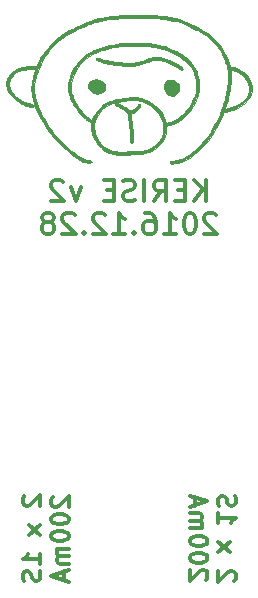
<source format=gbo>
G04 #@! TF.FileFunction,Legend,Bot*
%FSLAX46Y46*%
G04 Gerber Fmt 4.6, Leading zero omitted, Abs format (unit mm)*
G04 Created by KiCad (PCBNEW 4.0.1-stable) date 2016/12/28 23:00:58*
%MOMM*%
G01*
G04 APERTURE LIST*
%ADD10C,0.100000*%
%ADD11C,0.300000*%
%ADD12C,0.010000*%
G04 APERTURE END LIST*
D10*
D11*
X151878571Y-169607142D02*
X151950000Y-169535713D01*
X152021429Y-169392856D01*
X152021429Y-169035713D01*
X151950000Y-168892856D01*
X151878571Y-168821427D01*
X151735714Y-168749999D01*
X151592857Y-168749999D01*
X151378571Y-168821427D01*
X150521429Y-169678570D01*
X150521429Y-168749999D01*
X150521429Y-167107142D02*
X151521429Y-166321428D01*
X151521429Y-167107142D02*
X150521429Y-166321428D01*
X150521429Y-163821428D02*
X150521429Y-164678571D01*
X150521429Y-164249999D02*
X152021429Y-164249999D01*
X151807143Y-164392856D01*
X151664286Y-164535714D01*
X151592857Y-164678571D01*
X150592857Y-163250000D02*
X150521429Y-163035714D01*
X150521429Y-162678571D01*
X150592857Y-162535714D01*
X150664286Y-162464285D01*
X150807143Y-162392857D01*
X150950000Y-162392857D01*
X151092857Y-162464285D01*
X151164286Y-162535714D01*
X151235714Y-162678571D01*
X151307143Y-162964285D01*
X151378571Y-163107143D01*
X151450000Y-163178571D01*
X151592857Y-163250000D01*
X151735714Y-163250000D01*
X151878571Y-163178571D01*
X151950000Y-163107143D01*
X152021429Y-162964285D01*
X152021429Y-162607143D01*
X151950000Y-162392857D01*
X149478571Y-169499999D02*
X149550000Y-169428570D01*
X149621429Y-169285713D01*
X149621429Y-168928570D01*
X149550000Y-168785713D01*
X149478571Y-168714284D01*
X149335714Y-168642856D01*
X149192857Y-168642856D01*
X148978571Y-168714284D01*
X148121429Y-169571427D01*
X148121429Y-168642856D01*
X149621429Y-167714285D02*
X149621429Y-167571428D01*
X149550000Y-167428571D01*
X149478571Y-167357142D01*
X149335714Y-167285713D01*
X149050000Y-167214285D01*
X148692857Y-167214285D01*
X148407143Y-167285713D01*
X148264286Y-167357142D01*
X148192857Y-167428571D01*
X148121429Y-167571428D01*
X148121429Y-167714285D01*
X148192857Y-167857142D01*
X148264286Y-167928571D01*
X148407143Y-167999999D01*
X148692857Y-168071428D01*
X149050000Y-168071428D01*
X149335714Y-167999999D01*
X149478571Y-167928571D01*
X149550000Y-167857142D01*
X149621429Y-167714285D01*
X149621429Y-166285714D02*
X149621429Y-166142857D01*
X149550000Y-166000000D01*
X149478571Y-165928571D01*
X149335714Y-165857142D01*
X149050000Y-165785714D01*
X148692857Y-165785714D01*
X148407143Y-165857142D01*
X148264286Y-165928571D01*
X148192857Y-166000000D01*
X148121429Y-166142857D01*
X148121429Y-166285714D01*
X148192857Y-166428571D01*
X148264286Y-166500000D01*
X148407143Y-166571428D01*
X148692857Y-166642857D01*
X149050000Y-166642857D01*
X149335714Y-166571428D01*
X149478571Y-166500000D01*
X149550000Y-166428571D01*
X149621429Y-166285714D01*
X148121429Y-165142857D02*
X149121429Y-165142857D01*
X148978571Y-165142857D02*
X149050000Y-165071429D01*
X149121429Y-164928571D01*
X149121429Y-164714286D01*
X149050000Y-164571429D01*
X148907143Y-164500000D01*
X148121429Y-164500000D01*
X148907143Y-164500000D02*
X149050000Y-164428571D01*
X149121429Y-164285714D01*
X149121429Y-164071429D01*
X149050000Y-163928571D01*
X148907143Y-163857143D01*
X148121429Y-163857143D01*
X148550000Y-163214286D02*
X148550000Y-162500000D01*
X148121429Y-163357143D02*
X149621429Y-162857143D01*
X148121429Y-162357143D01*
X134121429Y-162392858D02*
X134050000Y-162464287D01*
X133978571Y-162607144D01*
X133978571Y-162964287D01*
X134050000Y-163107144D01*
X134121429Y-163178573D01*
X134264286Y-163250001D01*
X134407143Y-163250001D01*
X134621429Y-163178573D01*
X135478571Y-162321430D01*
X135478571Y-163250001D01*
X135478571Y-164892858D02*
X134478571Y-165678572D01*
X134478571Y-164892858D02*
X135478571Y-165678572D01*
X135478571Y-168178572D02*
X135478571Y-167321429D01*
X135478571Y-167750001D02*
X133978571Y-167750001D01*
X134192857Y-167607144D01*
X134335714Y-167464286D01*
X134407143Y-167321429D01*
X135407143Y-168750000D02*
X135478571Y-168964286D01*
X135478571Y-169321429D01*
X135407143Y-169464286D01*
X135335714Y-169535715D01*
X135192857Y-169607143D01*
X135050000Y-169607143D01*
X134907143Y-169535715D01*
X134835714Y-169464286D01*
X134764286Y-169321429D01*
X134692857Y-169035715D01*
X134621429Y-168892857D01*
X134550000Y-168821429D01*
X134407143Y-168750000D01*
X134264286Y-168750000D01*
X134121429Y-168821429D01*
X134050000Y-168892857D01*
X133978571Y-169035715D01*
X133978571Y-169392857D01*
X134050000Y-169607143D01*
X136521429Y-162500001D02*
X136450000Y-162571430D01*
X136378571Y-162714287D01*
X136378571Y-163071430D01*
X136450000Y-163214287D01*
X136521429Y-163285716D01*
X136664286Y-163357144D01*
X136807143Y-163357144D01*
X137021429Y-163285716D01*
X137878571Y-162428573D01*
X137878571Y-163357144D01*
X136378571Y-164285715D02*
X136378571Y-164428572D01*
X136450000Y-164571429D01*
X136521429Y-164642858D01*
X136664286Y-164714287D01*
X136950000Y-164785715D01*
X137307143Y-164785715D01*
X137592857Y-164714287D01*
X137735714Y-164642858D01*
X137807143Y-164571429D01*
X137878571Y-164428572D01*
X137878571Y-164285715D01*
X137807143Y-164142858D01*
X137735714Y-164071429D01*
X137592857Y-164000001D01*
X137307143Y-163928572D01*
X136950000Y-163928572D01*
X136664286Y-164000001D01*
X136521429Y-164071429D01*
X136450000Y-164142858D01*
X136378571Y-164285715D01*
X136378571Y-165714286D02*
X136378571Y-165857143D01*
X136450000Y-166000000D01*
X136521429Y-166071429D01*
X136664286Y-166142858D01*
X136950000Y-166214286D01*
X137307143Y-166214286D01*
X137592857Y-166142858D01*
X137735714Y-166071429D01*
X137807143Y-166000000D01*
X137878571Y-165857143D01*
X137878571Y-165714286D01*
X137807143Y-165571429D01*
X137735714Y-165500000D01*
X137592857Y-165428572D01*
X137307143Y-165357143D01*
X136950000Y-165357143D01*
X136664286Y-165428572D01*
X136521429Y-165500000D01*
X136450000Y-165571429D01*
X136378571Y-165714286D01*
X137878571Y-166857143D02*
X136878571Y-166857143D01*
X137021429Y-166857143D02*
X136950000Y-166928571D01*
X136878571Y-167071429D01*
X136878571Y-167285714D01*
X136950000Y-167428571D01*
X137092857Y-167500000D01*
X137878571Y-167500000D01*
X137092857Y-167500000D02*
X136950000Y-167571429D01*
X136878571Y-167714286D01*
X136878571Y-167928571D01*
X136950000Y-168071429D01*
X137092857Y-168142857D01*
X137878571Y-168142857D01*
X137450000Y-168785714D02*
X137450000Y-169500000D01*
X137878571Y-168642857D02*
X136378571Y-169142857D01*
X137878571Y-169642857D01*
X149514286Y-137404286D02*
X149514286Y-135604286D01*
X148485714Y-137404286D02*
X149257143Y-136375714D01*
X148485714Y-135604286D02*
X149514286Y-136632857D01*
X147714286Y-136461429D02*
X147114286Y-136461429D01*
X146857143Y-137404286D02*
X147714286Y-137404286D01*
X147714286Y-135604286D01*
X146857143Y-135604286D01*
X145057143Y-137404286D02*
X145657143Y-136547143D01*
X146085715Y-137404286D02*
X146085715Y-135604286D01*
X145400000Y-135604286D01*
X145228572Y-135690000D01*
X145142857Y-135775714D01*
X145057143Y-135947143D01*
X145057143Y-136204286D01*
X145142857Y-136375714D01*
X145228572Y-136461429D01*
X145400000Y-136547143D01*
X146085715Y-136547143D01*
X144285715Y-137404286D02*
X144285715Y-135604286D01*
X143514286Y-137318571D02*
X143257143Y-137404286D01*
X142828572Y-137404286D01*
X142657143Y-137318571D01*
X142571429Y-137232857D01*
X142485714Y-137061429D01*
X142485714Y-136890000D01*
X142571429Y-136718571D01*
X142657143Y-136632857D01*
X142828572Y-136547143D01*
X143171429Y-136461429D01*
X143342857Y-136375714D01*
X143428572Y-136290000D01*
X143514286Y-136118571D01*
X143514286Y-135947143D01*
X143428572Y-135775714D01*
X143342857Y-135690000D01*
X143171429Y-135604286D01*
X142742857Y-135604286D01*
X142485714Y-135690000D01*
X141714286Y-136461429D02*
X141114286Y-136461429D01*
X140857143Y-137404286D02*
X141714286Y-137404286D01*
X141714286Y-135604286D01*
X140857143Y-135604286D01*
X138885714Y-136204286D02*
X138457143Y-137404286D01*
X138028571Y-136204286D01*
X137428571Y-135775714D02*
X137342857Y-135690000D01*
X137171428Y-135604286D01*
X136742857Y-135604286D01*
X136571428Y-135690000D01*
X136485714Y-135775714D01*
X136399999Y-135947143D01*
X136399999Y-136118571D01*
X136485714Y-136375714D01*
X137514285Y-137404286D01*
X136399999Y-137404286D01*
X150371430Y-138595714D02*
X150285716Y-138510000D01*
X150114287Y-138424286D01*
X149685716Y-138424286D01*
X149514287Y-138510000D01*
X149428573Y-138595714D01*
X149342858Y-138767143D01*
X149342858Y-138938571D01*
X149428573Y-139195714D01*
X150457144Y-140224286D01*
X149342858Y-140224286D01*
X148228572Y-138424286D02*
X148057144Y-138424286D01*
X147885715Y-138510000D01*
X147800001Y-138595714D01*
X147714287Y-138767143D01*
X147628572Y-139110000D01*
X147628572Y-139538571D01*
X147714287Y-139881429D01*
X147800001Y-140052857D01*
X147885715Y-140138571D01*
X148057144Y-140224286D01*
X148228572Y-140224286D01*
X148400001Y-140138571D01*
X148485715Y-140052857D01*
X148571430Y-139881429D01*
X148657144Y-139538571D01*
X148657144Y-139110000D01*
X148571430Y-138767143D01*
X148485715Y-138595714D01*
X148400001Y-138510000D01*
X148228572Y-138424286D01*
X145914286Y-140224286D02*
X146942858Y-140224286D01*
X146428572Y-140224286D02*
X146428572Y-138424286D01*
X146600001Y-138681429D01*
X146771429Y-138852857D01*
X146942858Y-138938571D01*
X144371429Y-138424286D02*
X144714286Y-138424286D01*
X144885715Y-138510000D01*
X144971429Y-138595714D01*
X145142858Y-138852857D01*
X145228572Y-139195714D01*
X145228572Y-139881429D01*
X145142858Y-140052857D01*
X145057143Y-140138571D01*
X144885715Y-140224286D01*
X144542858Y-140224286D01*
X144371429Y-140138571D01*
X144285715Y-140052857D01*
X144200000Y-139881429D01*
X144200000Y-139452857D01*
X144285715Y-139281429D01*
X144371429Y-139195714D01*
X144542858Y-139110000D01*
X144885715Y-139110000D01*
X145057143Y-139195714D01*
X145142858Y-139281429D01*
X145228572Y-139452857D01*
X143428572Y-140052857D02*
X143342857Y-140138571D01*
X143428572Y-140224286D01*
X143514286Y-140138571D01*
X143428572Y-140052857D01*
X143428572Y-140224286D01*
X141628571Y-140224286D02*
X142657143Y-140224286D01*
X142142857Y-140224286D02*
X142142857Y-138424286D01*
X142314286Y-138681429D01*
X142485714Y-138852857D01*
X142657143Y-138938571D01*
X140942857Y-138595714D02*
X140857143Y-138510000D01*
X140685714Y-138424286D01*
X140257143Y-138424286D01*
X140085714Y-138510000D01*
X140000000Y-138595714D01*
X139914285Y-138767143D01*
X139914285Y-138938571D01*
X140000000Y-139195714D01*
X141028571Y-140224286D01*
X139914285Y-140224286D01*
X139142857Y-140052857D02*
X139057142Y-140138571D01*
X139142857Y-140224286D01*
X139228571Y-140138571D01*
X139142857Y-140052857D01*
X139142857Y-140224286D01*
X138371428Y-138595714D02*
X138285714Y-138510000D01*
X138114285Y-138424286D01*
X137685714Y-138424286D01*
X137514285Y-138510000D01*
X137428571Y-138595714D01*
X137342856Y-138767143D01*
X137342856Y-138938571D01*
X137428571Y-139195714D01*
X138457142Y-140224286D01*
X137342856Y-140224286D01*
X136314285Y-139195714D02*
X136485713Y-139110000D01*
X136571428Y-139024286D01*
X136657142Y-138852857D01*
X136657142Y-138767143D01*
X136571428Y-138595714D01*
X136485713Y-138510000D01*
X136314285Y-138424286D01*
X135971428Y-138424286D01*
X135799999Y-138510000D01*
X135714285Y-138595714D01*
X135628570Y-138767143D01*
X135628570Y-138852857D01*
X135714285Y-139024286D01*
X135799999Y-139110000D01*
X135971428Y-139195714D01*
X136314285Y-139195714D01*
X136485713Y-139281429D01*
X136571428Y-139367143D01*
X136657142Y-139538571D01*
X136657142Y-139881429D01*
X136571428Y-140052857D01*
X136485713Y-140138571D01*
X136314285Y-140224286D01*
X135971428Y-140224286D01*
X135799999Y-140138571D01*
X135714285Y-140052857D01*
X135628570Y-139881429D01*
X135628570Y-139538571D01*
X135714285Y-139367143D01*
X135799999Y-139281429D01*
X135971428Y-139195714D01*
D12*
G36*
X143904268Y-121646950D02*
X143317607Y-121658177D01*
X142784540Y-121676207D01*
X142299212Y-121701707D01*
X141855768Y-121735347D01*
X141448353Y-121777796D01*
X141071111Y-121829721D01*
X140718188Y-121891792D01*
X140383729Y-121964678D01*
X140061878Y-122049047D01*
X139862353Y-122108583D01*
X139719906Y-122155097D01*
X139580145Y-122204197D01*
X139465498Y-122247881D01*
X139429059Y-122263204D01*
X139344028Y-122299929D01*
X139219708Y-122352562D01*
X139072118Y-122414365D01*
X138917276Y-122478600D01*
X138901150Y-122485252D01*
X138697212Y-122574919D01*
X138457481Y-122689525D01*
X138196397Y-122821629D01*
X137928402Y-122963790D01*
X137667936Y-123108569D01*
X137486706Y-123214099D01*
X137371131Y-123289660D01*
X137224934Y-123395079D01*
X137061174Y-123519941D01*
X136892905Y-123653833D01*
X136733186Y-123786342D01*
X136595072Y-123907052D01*
X136491620Y-124005551D01*
X136482338Y-124015191D01*
X136326816Y-124182959D01*
X136181584Y-124349445D01*
X136039702Y-124523718D01*
X135894227Y-124714846D01*
X135738222Y-124931899D01*
X135564744Y-125183946D01*
X135402535Y-125426191D01*
X135362084Y-125501882D01*
X135319085Y-125604016D01*
X135301285Y-125654235D01*
X135256190Y-125775632D01*
X135200668Y-125904692D01*
X135179626Y-125948555D01*
X135136495Y-126029767D01*
X135108161Y-126064364D01*
X135085147Y-126060348D01*
X135069245Y-126041768D01*
X135004015Y-125999007D01*
X134891316Y-125975444D01*
X134739816Y-125969761D01*
X134558177Y-125980640D01*
X134355066Y-126006763D01*
X134139148Y-126046811D01*
X133919087Y-126099466D01*
X133703549Y-126163409D01*
X133501199Y-126237323D01*
X133354972Y-126302582D01*
X133219380Y-126387389D01*
X133072018Y-126508900D01*
X132929284Y-126651106D01*
X132807577Y-126797999D01*
X132738357Y-126904504D01*
X132631348Y-127144153D01*
X132580678Y-127378829D01*
X132585072Y-127619432D01*
X132629722Y-127831793D01*
X132670435Y-127963645D01*
X132713519Y-128072749D01*
X132767179Y-128172786D01*
X132839624Y-128277437D01*
X132939057Y-128400382D01*
X133042428Y-128519826D01*
X133216385Y-128704464D01*
X133389106Y-128856924D01*
X133580311Y-128995699D01*
X133735361Y-129097049D01*
X133867015Y-129175712D01*
X133992335Y-129239831D01*
X134128384Y-129297550D01*
X134292225Y-129357015D01*
X134442825Y-129407401D01*
X134582584Y-129451773D01*
X134679065Y-129477612D01*
X134745078Y-129487023D01*
X134793433Y-129482110D01*
X134825785Y-129470306D01*
X134884439Y-129429176D01*
X134897760Y-129368379D01*
X134896373Y-129352875D01*
X134876232Y-129292292D01*
X134822245Y-129256933D01*
X134782353Y-129244786D01*
X134414144Y-129136370D01*
X134096158Y-129013396D01*
X133819660Y-128871084D01*
X133575914Y-128704655D01*
X133356184Y-128509332D01*
X133267833Y-128416290D01*
X133113548Y-128238032D01*
X133000078Y-128084426D01*
X132921705Y-127942617D01*
X132872713Y-127799750D01*
X132847385Y-127642970D01*
X132840004Y-127459424D01*
X132840000Y-127454245D01*
X132843964Y-127323791D01*
X132860322Y-127224397D01*
X132895770Y-127127629D01*
X132936595Y-127044159D01*
X133031543Y-126896401D01*
X133157506Y-126750622D01*
X133297390Y-126624116D01*
X133434100Y-126534180D01*
X133446850Y-126527906D01*
X133618757Y-126449191D01*
X133752915Y-126394985D01*
X133863285Y-126359835D01*
X133900824Y-126350581D01*
X134137784Y-126300089D01*
X134334680Y-126266178D01*
X134508144Y-126246523D01*
X134674806Y-126238798D01*
X134702141Y-126238513D01*
X134827634Y-126234638D01*
X134934616Y-126225665D01*
X135005693Y-126213258D01*
X135019431Y-126208119D01*
X135038528Y-126205107D01*
X135042814Y-126228635D01*
X135030721Y-126285833D01*
X135000677Y-126383834D01*
X134951114Y-126529770D01*
X134944379Y-126549125D01*
X134812107Y-127008297D01*
X134737071Y-127465499D01*
X134719232Y-127925148D01*
X134758548Y-128391656D01*
X134854979Y-128869439D01*
X134920948Y-129102156D01*
X135039709Y-129455498D01*
X135175151Y-129795541D01*
X135333171Y-130134506D01*
X135519666Y-130484617D01*
X135740532Y-130858098D01*
X135859686Y-131048000D01*
X136036753Y-131319415D01*
X136201179Y-131556031D01*
X136363426Y-131770664D01*
X136533960Y-131976127D01*
X136723243Y-132185235D01*
X136941738Y-132410804D01*
X137104055Y-132572000D01*
X137414966Y-132871850D01*
X137695384Y-133130011D01*
X137951881Y-133351676D01*
X138191027Y-133542039D01*
X138419396Y-133706294D01*
X138643559Y-133849633D01*
X138870087Y-133977251D01*
X138906118Y-133996106D01*
X139112601Y-134092717D01*
X139302759Y-134161741D01*
X139470698Y-134202615D01*
X139610523Y-134214775D01*
X139716339Y-134197658D01*
X139782253Y-134150701D01*
X139802588Y-134081771D01*
X139796608Y-134030863D01*
X139771384Y-133996668D01*
X139715997Y-133973955D01*
X139619525Y-133957491D01*
X139520905Y-133946803D01*
X139364929Y-133920662D01*
X139203750Y-133870066D01*
X139028139Y-133790803D01*
X138828867Y-133678661D01*
X138596706Y-133529428D01*
X138576167Y-133515578D01*
X138380818Y-133379288D01*
X138194907Y-133239975D01*
X138009124Y-133089762D01*
X137814162Y-132920768D01*
X137600713Y-132725113D01*
X137359468Y-132494917D01*
X137285043Y-132422588D01*
X137026783Y-132162082D01*
X136791600Y-131904974D01*
X136571692Y-131641056D01*
X136359257Y-131360121D01*
X136146494Y-131051961D01*
X135925601Y-130706368D01*
X135743399Y-130405529D01*
X135632876Y-130203473D01*
X135517672Y-129964550D01*
X135402940Y-129702039D01*
X135293831Y-129429219D01*
X135195495Y-129159367D01*
X135113084Y-128905762D01*
X135051749Y-128681683D01*
X135024685Y-128552823D01*
X134969246Y-128080538D01*
X134967421Y-127615562D01*
X135019151Y-127166758D01*
X135034513Y-127086567D01*
X135066743Y-126958974D01*
X135118599Y-126789548D01*
X135185509Y-126591100D01*
X135262901Y-126376443D01*
X135346202Y-126158390D01*
X135430841Y-125949753D01*
X135485546Y-125822685D01*
X135622218Y-125552701D01*
X135799965Y-125261326D01*
X136009837Y-124959871D01*
X136242884Y-124659647D01*
X136490157Y-124371963D01*
X136742706Y-124108131D01*
X136991581Y-123879461D01*
X137081809Y-123805342D01*
X137211848Y-123703182D01*
X137332311Y-123610163D01*
X137432111Y-123534731D01*
X137500163Y-123485334D01*
X137514188Y-123475912D01*
X137633830Y-123403403D01*
X137792544Y-123313284D01*
X137978630Y-123211627D01*
X138180389Y-123104506D01*
X138386123Y-122997995D01*
X138584132Y-122898168D01*
X138762717Y-122811098D01*
X138910180Y-122742859D01*
X138995765Y-122706731D01*
X139138853Y-122649445D01*
X139276152Y-122592039D01*
X139389128Y-122542384D01*
X139444000Y-122516359D01*
X139544711Y-122472718D01*
X139690059Y-122419207D01*
X139866616Y-122360090D01*
X140060951Y-122299634D01*
X140259633Y-122242104D01*
X140449232Y-122191765D01*
X140521598Y-122174107D01*
X140876808Y-122102214D01*
X141288729Y-122040884D01*
X141755214Y-121990286D01*
X142274122Y-121950588D01*
X142843307Y-121921958D01*
X143460627Y-121904565D01*
X144030941Y-121898716D01*
X145196353Y-121895621D01*
X146004419Y-122017346D01*
X146391463Y-122080130D01*
X146728254Y-122145096D01*
X147024305Y-122214867D01*
X147289125Y-122292062D01*
X147532227Y-122379302D01*
X147763122Y-122479209D01*
X147870824Y-122531635D01*
X148018128Y-122603747D01*
X148179611Y-122679642D01*
X148325028Y-122745162D01*
X148351926Y-122756807D01*
X148496657Y-122824336D01*
X148654292Y-122906294D01*
X148785220Y-122981662D01*
X148905712Y-123055934D01*
X149052647Y-123146135D01*
X149201394Y-123237155D01*
X149260353Y-123273132D01*
X149469378Y-123405347D01*
X149643639Y-123528432D01*
X149799082Y-123655794D01*
X149951653Y-123800839D01*
X150117295Y-123976974D01*
X150177822Y-124044520D01*
X150393063Y-124296338D01*
X150573416Y-124531033D01*
X150727828Y-124763395D01*
X150865247Y-125008214D01*
X150994620Y-125280281D01*
X151124895Y-125594388D01*
X151142273Y-125638849D01*
X151208731Y-125813535D01*
X151253684Y-125941799D01*
X151279473Y-126032018D01*
X151288441Y-126092571D01*
X151282930Y-126131835D01*
X151281231Y-126135904D01*
X151270055Y-126207897D01*
X151297161Y-126264619D01*
X151324223Y-126336330D01*
X151344234Y-126457789D01*
X151357115Y-126619389D01*
X151362791Y-126811522D01*
X151361183Y-127024580D01*
X151352215Y-127248956D01*
X151335809Y-127475042D01*
X151311889Y-127693229D01*
X151308825Y-127716117D01*
X151283346Y-127891017D01*
X151256340Y-128056381D01*
X151230332Y-128198025D01*
X151207847Y-128301766D01*
X151198558Y-128335485D01*
X151167653Y-128450500D01*
X151139621Y-128584358D01*
X151128981Y-128649250D01*
X151108986Y-128744830D01*
X151072534Y-128878617D01*
X151024752Y-129033089D01*
X150970772Y-129190725D01*
X150969120Y-129195294D01*
X150908166Y-129366500D01*
X150845343Y-129547893D01*
X150788498Y-129716555D01*
X150749321Y-129837290D01*
X150708349Y-129950409D01*
X150645553Y-130102504D01*
X150567061Y-130279729D01*
X150479002Y-130468237D01*
X150389657Y-130649925D01*
X150209029Y-130998026D01*
X150040739Y-131301166D01*
X149877238Y-131570744D01*
X149710981Y-131818158D01*
X149534420Y-132054808D01*
X149340008Y-132292093D01*
X149185038Y-132469399D01*
X148945238Y-132727216D01*
X148710563Y-132955609D01*
X148464057Y-133169708D01*
X148188763Y-133384639D01*
X148025214Y-133504187D01*
X147867878Y-133614135D01*
X147727965Y-133703228D01*
X147595045Y-133775177D01*
X147458686Y-133833694D01*
X147308456Y-133882489D01*
X147133923Y-133925273D01*
X146924656Y-133965757D01*
X146670224Y-134007653D01*
X146563834Y-134024059D01*
X146473796Y-134055665D01*
X146429561Y-134109653D01*
X146436488Y-134175605D01*
X146465668Y-134214844D01*
X146526557Y-134252006D01*
X146605843Y-134274167D01*
X146677213Y-134276088D01*
X146707902Y-134263055D01*
X146740552Y-134253144D01*
X146819803Y-134235480D01*
X146933393Y-134212651D01*
X147055512Y-134189706D01*
X147380535Y-134115861D01*
X147652682Y-134021996D01*
X147875884Y-133906650D01*
X147945530Y-133859206D01*
X148188083Y-133680084D01*
X148389764Y-133528105D01*
X148558818Y-133396369D01*
X148703493Y-133277972D01*
X148832035Y-133166013D01*
X148952690Y-133053592D01*
X149073706Y-132933806D01*
X149170876Y-132833719D01*
X149414491Y-132571673D01*
X149628746Y-132322292D01*
X149821968Y-132073709D01*
X150002485Y-131814059D01*
X150178623Y-131531475D01*
X150358708Y-131214089D01*
X150518284Y-130913529D01*
X150613532Y-130727221D01*
X150705868Y-130541880D01*
X150789216Y-130370057D01*
X150857500Y-130224299D01*
X150904645Y-130117155D01*
X150908909Y-130106706D01*
X150966001Y-129977408D01*
X151011507Y-129901095D01*
X151043947Y-129880247D01*
X151044167Y-129880316D01*
X151154306Y-129888946D01*
X151288854Y-129856714D01*
X151371605Y-129820504D01*
X151464665Y-129781307D01*
X151590261Y-129739016D01*
X151722341Y-129702347D01*
X151731490Y-129700136D01*
X152008238Y-129610289D01*
X152284706Y-129476767D01*
X152550237Y-129307744D01*
X152794174Y-129111394D01*
X153005859Y-128895892D01*
X153174636Y-128669412D01*
X153248530Y-128536526D01*
X153336901Y-128320113D01*
X153381686Y-128115984D01*
X153384326Y-127993707D01*
X153134866Y-127993707D01*
X153107790Y-128233641D01*
X153044498Y-128426479D01*
X152927598Y-128622046D01*
X152762042Y-128816405D01*
X152558538Y-129001437D01*
X152327795Y-129169022D01*
X152080520Y-129311038D01*
X151827421Y-129419366D01*
X151674343Y-129465535D01*
X151544700Y-129500466D01*
X151427191Y-129536721D01*
X151341429Y-129568097D01*
X151322429Y-129576836D01*
X151222891Y-129621248D01*
X151138826Y-129646945D01*
X151085097Y-129650023D01*
X151074300Y-129641977D01*
X151079146Y-129604468D01*
X151100642Y-129528674D01*
X151129141Y-129445076D01*
X151171441Y-129328674D01*
X151223477Y-129185236D01*
X151274667Y-129043933D01*
X151279369Y-129030941D01*
X151319924Y-128908697D01*
X151350543Y-128797074D01*
X151365937Y-128715961D01*
X151366793Y-128702235D01*
X151376190Y-128619753D01*
X151398936Y-128513737D01*
X151412601Y-128464586D01*
X151435675Y-128381586D01*
X151457567Y-128286088D01*
X151479748Y-128169442D01*
X151503686Y-128022998D01*
X151530855Y-127838107D01*
X151562722Y-127606120D01*
X151577858Y-127492590D01*
X151601410Y-127303006D01*
X151615341Y-127152508D01*
X151620281Y-127021300D01*
X151616859Y-126889590D01*
X151605705Y-126737583D01*
X151602878Y-126706023D01*
X151591699Y-126566805D01*
X151585215Y-126450267D01*
X151583914Y-126368718D01*
X151588185Y-126334561D01*
X151625823Y-126330977D01*
X151704724Y-126341385D01*
X151808955Y-126362428D01*
X151922588Y-126390749D01*
X152029692Y-126422992D01*
X152062399Y-126434477D01*
X152305250Y-126552747D01*
X152533859Y-126718620D01*
X152737664Y-126921102D01*
X152906101Y-127149197D01*
X153028609Y-127391909D01*
X153055597Y-127468361D01*
X153117511Y-127734888D01*
X153134866Y-127993707D01*
X153384326Y-127993707D01*
X153386323Y-127901272D01*
X153368503Y-127738909D01*
X153293956Y-127420676D01*
X153170996Y-127121667D01*
X153022168Y-126878742D01*
X152873056Y-126706246D01*
X152687410Y-126539904D01*
X152478960Y-126388728D01*
X152261438Y-126261729D01*
X152048573Y-126167917D01*
X151862409Y-126117618D01*
X151753083Y-126100019D01*
X151672387Y-126082975D01*
X151612526Y-126058066D01*
X151565707Y-126016868D01*
X151524136Y-125950961D01*
X151480018Y-125851923D01*
X151425562Y-125711334D01*
X151383311Y-125599931D01*
X151247300Y-125260911D01*
X151113058Y-124967290D01*
X150972708Y-124705486D01*
X150818370Y-124461916D01*
X150642164Y-124222999D01*
X150449983Y-123991019D01*
X150192058Y-123707262D01*
X149956692Y-123478083D01*
X149743318Y-123302951D01*
X149644231Y-123235188D01*
X149548663Y-123174679D01*
X149419927Y-123093155D01*
X149275343Y-123001585D01*
X149140824Y-122916381D01*
X149001108Y-122829780D01*
X148864240Y-122748252D01*
X148746004Y-122681007D01*
X148662706Y-122637496D01*
X148332268Y-122482048D01*
X148046628Y-122350398D01*
X147797050Y-122239774D01*
X147574797Y-122147405D01*
X147371132Y-122070523D01*
X147177319Y-122006355D01*
X146984622Y-121952132D01*
X146784304Y-121905082D01*
X146567627Y-121862436D01*
X146325857Y-121821423D01*
X146050255Y-121779272D01*
X145876503Y-121753939D01*
X145032653Y-121632191D01*
X143904268Y-121646950D01*
X143904268Y-121646950D01*
G37*
X143904268Y-121646950D02*
X143317607Y-121658177D01*
X142784540Y-121676207D01*
X142299212Y-121701707D01*
X141855768Y-121735347D01*
X141448353Y-121777796D01*
X141071111Y-121829721D01*
X140718188Y-121891792D01*
X140383729Y-121964678D01*
X140061878Y-122049047D01*
X139862353Y-122108583D01*
X139719906Y-122155097D01*
X139580145Y-122204197D01*
X139465498Y-122247881D01*
X139429059Y-122263204D01*
X139344028Y-122299929D01*
X139219708Y-122352562D01*
X139072118Y-122414365D01*
X138917276Y-122478600D01*
X138901150Y-122485252D01*
X138697212Y-122574919D01*
X138457481Y-122689525D01*
X138196397Y-122821629D01*
X137928402Y-122963790D01*
X137667936Y-123108569D01*
X137486706Y-123214099D01*
X137371131Y-123289660D01*
X137224934Y-123395079D01*
X137061174Y-123519941D01*
X136892905Y-123653833D01*
X136733186Y-123786342D01*
X136595072Y-123907052D01*
X136491620Y-124005551D01*
X136482338Y-124015191D01*
X136326816Y-124182959D01*
X136181584Y-124349445D01*
X136039702Y-124523718D01*
X135894227Y-124714846D01*
X135738222Y-124931899D01*
X135564744Y-125183946D01*
X135402535Y-125426191D01*
X135362084Y-125501882D01*
X135319085Y-125604016D01*
X135301285Y-125654235D01*
X135256190Y-125775632D01*
X135200668Y-125904692D01*
X135179626Y-125948555D01*
X135136495Y-126029767D01*
X135108161Y-126064364D01*
X135085147Y-126060348D01*
X135069245Y-126041768D01*
X135004015Y-125999007D01*
X134891316Y-125975444D01*
X134739816Y-125969761D01*
X134558177Y-125980640D01*
X134355066Y-126006763D01*
X134139148Y-126046811D01*
X133919087Y-126099466D01*
X133703549Y-126163409D01*
X133501199Y-126237323D01*
X133354972Y-126302582D01*
X133219380Y-126387389D01*
X133072018Y-126508900D01*
X132929284Y-126651106D01*
X132807577Y-126797999D01*
X132738357Y-126904504D01*
X132631348Y-127144153D01*
X132580678Y-127378829D01*
X132585072Y-127619432D01*
X132629722Y-127831793D01*
X132670435Y-127963645D01*
X132713519Y-128072749D01*
X132767179Y-128172786D01*
X132839624Y-128277437D01*
X132939057Y-128400382D01*
X133042428Y-128519826D01*
X133216385Y-128704464D01*
X133389106Y-128856924D01*
X133580311Y-128995699D01*
X133735361Y-129097049D01*
X133867015Y-129175712D01*
X133992335Y-129239831D01*
X134128384Y-129297550D01*
X134292225Y-129357015D01*
X134442825Y-129407401D01*
X134582584Y-129451773D01*
X134679065Y-129477612D01*
X134745078Y-129487023D01*
X134793433Y-129482110D01*
X134825785Y-129470306D01*
X134884439Y-129429176D01*
X134897760Y-129368379D01*
X134896373Y-129352875D01*
X134876232Y-129292292D01*
X134822245Y-129256933D01*
X134782353Y-129244786D01*
X134414144Y-129136370D01*
X134096158Y-129013396D01*
X133819660Y-128871084D01*
X133575914Y-128704655D01*
X133356184Y-128509332D01*
X133267833Y-128416290D01*
X133113548Y-128238032D01*
X133000078Y-128084426D01*
X132921705Y-127942617D01*
X132872713Y-127799750D01*
X132847385Y-127642970D01*
X132840004Y-127459424D01*
X132840000Y-127454245D01*
X132843964Y-127323791D01*
X132860322Y-127224397D01*
X132895770Y-127127629D01*
X132936595Y-127044159D01*
X133031543Y-126896401D01*
X133157506Y-126750622D01*
X133297390Y-126624116D01*
X133434100Y-126534180D01*
X133446850Y-126527906D01*
X133618757Y-126449191D01*
X133752915Y-126394985D01*
X133863285Y-126359835D01*
X133900824Y-126350581D01*
X134137784Y-126300089D01*
X134334680Y-126266178D01*
X134508144Y-126246523D01*
X134674806Y-126238798D01*
X134702141Y-126238513D01*
X134827634Y-126234638D01*
X134934616Y-126225665D01*
X135005693Y-126213258D01*
X135019431Y-126208119D01*
X135038528Y-126205107D01*
X135042814Y-126228635D01*
X135030721Y-126285833D01*
X135000677Y-126383834D01*
X134951114Y-126529770D01*
X134944379Y-126549125D01*
X134812107Y-127008297D01*
X134737071Y-127465499D01*
X134719232Y-127925148D01*
X134758548Y-128391656D01*
X134854979Y-128869439D01*
X134920948Y-129102156D01*
X135039709Y-129455498D01*
X135175151Y-129795541D01*
X135333171Y-130134506D01*
X135519666Y-130484617D01*
X135740532Y-130858098D01*
X135859686Y-131048000D01*
X136036753Y-131319415D01*
X136201179Y-131556031D01*
X136363426Y-131770664D01*
X136533960Y-131976127D01*
X136723243Y-132185235D01*
X136941738Y-132410804D01*
X137104055Y-132572000D01*
X137414966Y-132871850D01*
X137695384Y-133130011D01*
X137951881Y-133351676D01*
X138191027Y-133542039D01*
X138419396Y-133706294D01*
X138643559Y-133849633D01*
X138870087Y-133977251D01*
X138906118Y-133996106D01*
X139112601Y-134092717D01*
X139302759Y-134161741D01*
X139470698Y-134202615D01*
X139610523Y-134214775D01*
X139716339Y-134197658D01*
X139782253Y-134150701D01*
X139802588Y-134081771D01*
X139796608Y-134030863D01*
X139771384Y-133996668D01*
X139715997Y-133973955D01*
X139619525Y-133957491D01*
X139520905Y-133946803D01*
X139364929Y-133920662D01*
X139203750Y-133870066D01*
X139028139Y-133790803D01*
X138828867Y-133678661D01*
X138596706Y-133529428D01*
X138576167Y-133515578D01*
X138380818Y-133379288D01*
X138194907Y-133239975D01*
X138009124Y-133089762D01*
X137814162Y-132920768D01*
X137600713Y-132725113D01*
X137359468Y-132494917D01*
X137285043Y-132422588D01*
X137026783Y-132162082D01*
X136791600Y-131904974D01*
X136571692Y-131641056D01*
X136359257Y-131360121D01*
X136146494Y-131051961D01*
X135925601Y-130706368D01*
X135743399Y-130405529D01*
X135632876Y-130203473D01*
X135517672Y-129964550D01*
X135402940Y-129702039D01*
X135293831Y-129429219D01*
X135195495Y-129159367D01*
X135113084Y-128905762D01*
X135051749Y-128681683D01*
X135024685Y-128552823D01*
X134969246Y-128080538D01*
X134967421Y-127615562D01*
X135019151Y-127166758D01*
X135034513Y-127086567D01*
X135066743Y-126958974D01*
X135118599Y-126789548D01*
X135185509Y-126591100D01*
X135262901Y-126376443D01*
X135346202Y-126158390D01*
X135430841Y-125949753D01*
X135485546Y-125822685D01*
X135622218Y-125552701D01*
X135799965Y-125261326D01*
X136009837Y-124959871D01*
X136242884Y-124659647D01*
X136490157Y-124371963D01*
X136742706Y-124108131D01*
X136991581Y-123879461D01*
X137081809Y-123805342D01*
X137211848Y-123703182D01*
X137332311Y-123610163D01*
X137432111Y-123534731D01*
X137500163Y-123485334D01*
X137514188Y-123475912D01*
X137633830Y-123403403D01*
X137792544Y-123313284D01*
X137978630Y-123211627D01*
X138180389Y-123104506D01*
X138386123Y-122997995D01*
X138584132Y-122898168D01*
X138762717Y-122811098D01*
X138910180Y-122742859D01*
X138995765Y-122706731D01*
X139138853Y-122649445D01*
X139276152Y-122592039D01*
X139389128Y-122542384D01*
X139444000Y-122516359D01*
X139544711Y-122472718D01*
X139690059Y-122419207D01*
X139866616Y-122360090D01*
X140060951Y-122299634D01*
X140259633Y-122242104D01*
X140449232Y-122191765D01*
X140521598Y-122174107D01*
X140876808Y-122102214D01*
X141288729Y-122040884D01*
X141755214Y-121990286D01*
X142274122Y-121950588D01*
X142843307Y-121921958D01*
X143460627Y-121904565D01*
X144030941Y-121898716D01*
X145196353Y-121895621D01*
X146004419Y-122017346D01*
X146391463Y-122080130D01*
X146728254Y-122145096D01*
X147024305Y-122214867D01*
X147289125Y-122292062D01*
X147532227Y-122379302D01*
X147763122Y-122479209D01*
X147870824Y-122531635D01*
X148018128Y-122603747D01*
X148179611Y-122679642D01*
X148325028Y-122745162D01*
X148351926Y-122756807D01*
X148496657Y-122824336D01*
X148654292Y-122906294D01*
X148785220Y-122981662D01*
X148905712Y-123055934D01*
X149052647Y-123146135D01*
X149201394Y-123237155D01*
X149260353Y-123273132D01*
X149469378Y-123405347D01*
X149643639Y-123528432D01*
X149799082Y-123655794D01*
X149951653Y-123800839D01*
X150117295Y-123976974D01*
X150177822Y-124044520D01*
X150393063Y-124296338D01*
X150573416Y-124531033D01*
X150727828Y-124763395D01*
X150865247Y-125008214D01*
X150994620Y-125280281D01*
X151124895Y-125594388D01*
X151142273Y-125638849D01*
X151208731Y-125813535D01*
X151253684Y-125941799D01*
X151279473Y-126032018D01*
X151288441Y-126092571D01*
X151282930Y-126131835D01*
X151281231Y-126135904D01*
X151270055Y-126207897D01*
X151297161Y-126264619D01*
X151324223Y-126336330D01*
X151344234Y-126457789D01*
X151357115Y-126619389D01*
X151362791Y-126811522D01*
X151361183Y-127024580D01*
X151352215Y-127248956D01*
X151335809Y-127475042D01*
X151311889Y-127693229D01*
X151308825Y-127716117D01*
X151283346Y-127891017D01*
X151256340Y-128056381D01*
X151230332Y-128198025D01*
X151207847Y-128301766D01*
X151198558Y-128335485D01*
X151167653Y-128450500D01*
X151139621Y-128584358D01*
X151128981Y-128649250D01*
X151108986Y-128744830D01*
X151072534Y-128878617D01*
X151024752Y-129033089D01*
X150970772Y-129190725D01*
X150969120Y-129195294D01*
X150908166Y-129366500D01*
X150845343Y-129547893D01*
X150788498Y-129716555D01*
X150749321Y-129837290D01*
X150708349Y-129950409D01*
X150645553Y-130102504D01*
X150567061Y-130279729D01*
X150479002Y-130468237D01*
X150389657Y-130649925D01*
X150209029Y-130998026D01*
X150040739Y-131301166D01*
X149877238Y-131570744D01*
X149710981Y-131818158D01*
X149534420Y-132054808D01*
X149340008Y-132292093D01*
X149185038Y-132469399D01*
X148945238Y-132727216D01*
X148710563Y-132955609D01*
X148464057Y-133169708D01*
X148188763Y-133384639D01*
X148025214Y-133504187D01*
X147867878Y-133614135D01*
X147727965Y-133703228D01*
X147595045Y-133775177D01*
X147458686Y-133833694D01*
X147308456Y-133882489D01*
X147133923Y-133925273D01*
X146924656Y-133965757D01*
X146670224Y-134007653D01*
X146563834Y-134024059D01*
X146473796Y-134055665D01*
X146429561Y-134109653D01*
X146436488Y-134175605D01*
X146465668Y-134214844D01*
X146526557Y-134252006D01*
X146605843Y-134274167D01*
X146677213Y-134276088D01*
X146707902Y-134263055D01*
X146740552Y-134253144D01*
X146819803Y-134235480D01*
X146933393Y-134212651D01*
X147055512Y-134189706D01*
X147380535Y-134115861D01*
X147652682Y-134021996D01*
X147875884Y-133906650D01*
X147945530Y-133859206D01*
X148188083Y-133680084D01*
X148389764Y-133528105D01*
X148558818Y-133396369D01*
X148703493Y-133277972D01*
X148832035Y-133166013D01*
X148952690Y-133053592D01*
X149073706Y-132933806D01*
X149170876Y-132833719D01*
X149414491Y-132571673D01*
X149628746Y-132322292D01*
X149821968Y-132073709D01*
X150002485Y-131814059D01*
X150178623Y-131531475D01*
X150358708Y-131214089D01*
X150518284Y-130913529D01*
X150613532Y-130727221D01*
X150705868Y-130541880D01*
X150789216Y-130370057D01*
X150857500Y-130224299D01*
X150904645Y-130117155D01*
X150908909Y-130106706D01*
X150966001Y-129977408D01*
X151011507Y-129901095D01*
X151043947Y-129880247D01*
X151044167Y-129880316D01*
X151154306Y-129888946D01*
X151288854Y-129856714D01*
X151371605Y-129820504D01*
X151464665Y-129781307D01*
X151590261Y-129739016D01*
X151722341Y-129702347D01*
X151731490Y-129700136D01*
X152008238Y-129610289D01*
X152284706Y-129476767D01*
X152550237Y-129307744D01*
X152794174Y-129111394D01*
X153005859Y-128895892D01*
X153174636Y-128669412D01*
X153248530Y-128536526D01*
X153336901Y-128320113D01*
X153381686Y-128115984D01*
X153384326Y-127993707D01*
X153134866Y-127993707D01*
X153107790Y-128233641D01*
X153044498Y-128426479D01*
X152927598Y-128622046D01*
X152762042Y-128816405D01*
X152558538Y-129001437D01*
X152327795Y-129169022D01*
X152080520Y-129311038D01*
X151827421Y-129419366D01*
X151674343Y-129465535D01*
X151544700Y-129500466D01*
X151427191Y-129536721D01*
X151341429Y-129568097D01*
X151322429Y-129576836D01*
X151222891Y-129621248D01*
X151138826Y-129646945D01*
X151085097Y-129650023D01*
X151074300Y-129641977D01*
X151079146Y-129604468D01*
X151100642Y-129528674D01*
X151129141Y-129445076D01*
X151171441Y-129328674D01*
X151223477Y-129185236D01*
X151274667Y-129043933D01*
X151279369Y-129030941D01*
X151319924Y-128908697D01*
X151350543Y-128797074D01*
X151365937Y-128715961D01*
X151366793Y-128702235D01*
X151376190Y-128619753D01*
X151398936Y-128513737D01*
X151412601Y-128464586D01*
X151435675Y-128381586D01*
X151457567Y-128286088D01*
X151479748Y-128169442D01*
X151503686Y-128022998D01*
X151530855Y-127838107D01*
X151562722Y-127606120D01*
X151577858Y-127492590D01*
X151601410Y-127303006D01*
X151615341Y-127152508D01*
X151620281Y-127021300D01*
X151616859Y-126889590D01*
X151605705Y-126737583D01*
X151602878Y-126706023D01*
X151591699Y-126566805D01*
X151585215Y-126450267D01*
X151583914Y-126368718D01*
X151588185Y-126334561D01*
X151625823Y-126330977D01*
X151704724Y-126341385D01*
X151808955Y-126362428D01*
X151922588Y-126390749D01*
X152029692Y-126422992D01*
X152062399Y-126434477D01*
X152305250Y-126552747D01*
X152533859Y-126718620D01*
X152737664Y-126921102D01*
X152906101Y-127149197D01*
X153028609Y-127391909D01*
X153055597Y-127468361D01*
X153117511Y-127734888D01*
X153134866Y-127993707D01*
X153384326Y-127993707D01*
X153386323Y-127901272D01*
X153368503Y-127738909D01*
X153293956Y-127420676D01*
X153170996Y-127121667D01*
X153022168Y-126878742D01*
X152873056Y-126706246D01*
X152687410Y-126539904D01*
X152478960Y-126388728D01*
X152261438Y-126261729D01*
X152048573Y-126167917D01*
X151862409Y-126117618D01*
X151753083Y-126100019D01*
X151672387Y-126082975D01*
X151612526Y-126058066D01*
X151565707Y-126016868D01*
X151524136Y-125950961D01*
X151480018Y-125851923D01*
X151425562Y-125711334D01*
X151383311Y-125599931D01*
X151247300Y-125260911D01*
X151113058Y-124967290D01*
X150972708Y-124705486D01*
X150818370Y-124461916D01*
X150642164Y-124222999D01*
X150449983Y-123991019D01*
X150192058Y-123707262D01*
X149956692Y-123478083D01*
X149743318Y-123302951D01*
X149644231Y-123235188D01*
X149548663Y-123174679D01*
X149419927Y-123093155D01*
X149275343Y-123001585D01*
X149140824Y-122916381D01*
X149001108Y-122829780D01*
X148864240Y-122748252D01*
X148746004Y-122681007D01*
X148662706Y-122637496D01*
X148332268Y-122482048D01*
X148046628Y-122350398D01*
X147797050Y-122239774D01*
X147574797Y-122147405D01*
X147371132Y-122070523D01*
X147177319Y-122006355D01*
X146984622Y-121952132D01*
X146784304Y-121905082D01*
X146567627Y-121862436D01*
X146325857Y-121821423D01*
X146050255Y-121779272D01*
X145876503Y-121753939D01*
X145032653Y-121632191D01*
X143904268Y-121646950D01*
G36*
X142893776Y-124032319D02*
X142688441Y-124038280D01*
X142523316Y-124047564D01*
X142469390Y-124052391D01*
X142215035Y-124084337D01*
X141930843Y-124129528D01*
X141629687Y-124185162D01*
X141324437Y-124248437D01*
X141027964Y-124316553D01*
X140753142Y-124386708D01*
X140512840Y-124456100D01*
X140330567Y-124517892D01*
X140034415Y-124643420D01*
X139731608Y-124797224D01*
X139439236Y-124969357D01*
X139174389Y-125149874D01*
X138986050Y-125300395D01*
X138822681Y-125453936D01*
X138678664Y-125614914D01*
X138544799Y-125795757D01*
X138411885Y-126008897D01*
X138270721Y-126266763D01*
X138270689Y-126266823D01*
X138104295Y-126610488D01*
X137979358Y-126927014D01*
X137892000Y-127228204D01*
X137838342Y-127525859D01*
X137828695Y-127611529D01*
X137814567Y-127769932D01*
X137809087Y-127889420D01*
X137813112Y-127990333D01*
X137827499Y-128093008D01*
X137853104Y-128217787D01*
X137854505Y-128224117D01*
X137889911Y-128357066D01*
X137941555Y-128516747D01*
X138004208Y-128690090D01*
X138072640Y-128864025D01*
X138141621Y-129025481D01*
X138205920Y-129161389D01*
X138260309Y-129258680D01*
X138278986Y-129284941D01*
X138334743Y-129359937D01*
X138421693Y-129485193D01*
X138539492Y-129660202D01*
X138687795Y-129884458D01*
X138693748Y-129893519D01*
X138737718Y-129949103D01*
X138811155Y-130030147D01*
X138905005Y-130127824D01*
X139010215Y-130233310D01*
X139117730Y-130337779D01*
X139218496Y-130432406D01*
X139303460Y-130508366D01*
X139363567Y-130556833D01*
X139387639Y-130569882D01*
X139423499Y-130585404D01*
X139491356Y-130625444D01*
X139550993Y-130664280D01*
X139637537Y-130717962D01*
X139694089Y-130738153D01*
X139736421Y-130729800D01*
X139744721Y-130725044D01*
X139770083Y-130712831D01*
X139784738Y-130721812D01*
X139790260Y-130761885D01*
X139788225Y-130842949D01*
X139781445Y-130955857D01*
X139785407Y-131332742D01*
X139846838Y-131693867D01*
X139965330Y-132038372D01*
X140140476Y-132365397D01*
X140371868Y-132674082D01*
X140659098Y-132963569D01*
X140784359Y-133069621D01*
X141038172Y-133237335D01*
X141335397Y-133366104D01*
X141673313Y-133454971D01*
X142011813Y-133500194D01*
X142299775Y-133520670D01*
X142537769Y-133532135D01*
X142723648Y-133534572D01*
X142855269Y-133527967D01*
X142930486Y-133512302D01*
X142940020Y-133507113D01*
X142995515Y-133490296D01*
X143107072Y-133478874D01*
X143275966Y-133472755D01*
X143436504Y-133471585D01*
X143625251Y-133470411D01*
X143774082Y-133464915D01*
X143902809Y-133452915D01*
X144031243Y-133432223D01*
X144179194Y-133400658D01*
X144267206Y-133379989D01*
X144657862Y-133263677D01*
X145001293Y-133111958D01*
X145299516Y-132923298D01*
X145554545Y-132696159D01*
X145768396Y-132429007D01*
X145943086Y-132120307D01*
X145955378Y-132093882D01*
X146030380Y-131895698D01*
X146088260Y-131674423D01*
X146124085Y-131453806D01*
X146126104Y-131408984D01*
X145886698Y-131408984D01*
X145843873Y-131709781D01*
X145742880Y-132000714D01*
X145583093Y-132284087D01*
X145529952Y-132359380D01*
X145335705Y-132576874D01*
X145093898Y-132771031D01*
X144814106Y-132936038D01*
X144505907Y-133066083D01*
X144240118Y-133142232D01*
X144123439Y-133167039D01*
X144015692Y-133184958D01*
X143903620Y-133196977D01*
X143773967Y-133204081D01*
X143613477Y-133207258D01*
X143408892Y-133207496D01*
X143366331Y-133207302D01*
X143133830Y-133207821D01*
X142957792Y-133212014D01*
X142839166Y-133219837D01*
X142778903Y-133231243D01*
X142771616Y-133236315D01*
X142733393Y-133249831D01*
X142646659Y-133257297D01*
X142522302Y-133259274D01*
X142371208Y-133256323D01*
X142204265Y-133249006D01*
X142032359Y-133237882D01*
X141866378Y-133223513D01*
X141717209Y-133206461D01*
X141595738Y-133187285D01*
X141531287Y-133172405D01*
X141331861Y-133108522D01*
X141171781Y-133039853D01*
X141030869Y-132956263D01*
X140895687Y-132853231D01*
X140640292Y-132619083D01*
X140435203Y-132378998D01*
X140271301Y-132120701D01*
X140142408Y-131839516D01*
X140109382Y-131748577D01*
X140085927Y-131664201D01*
X140069939Y-131571938D01*
X140059310Y-131457336D01*
X140051935Y-131305945D01*
X140048257Y-131193548D01*
X140044595Y-130975016D01*
X140050866Y-130800788D01*
X140071124Y-130655695D01*
X140109419Y-130524568D01*
X140169804Y-130392236D01*
X140256330Y-130243530D01*
X140334572Y-130121647D01*
X140494058Y-129892893D01*
X140646978Y-129709341D01*
X140806652Y-129559834D01*
X140986400Y-129433214D01*
X141199542Y-129318324D01*
X141401294Y-129228096D01*
X141562681Y-129162984D01*
X141675090Y-129124391D01*
X141742616Y-129111360D01*
X141769356Y-129122934D01*
X141767050Y-129142567D01*
X141771162Y-129211724D01*
X141832231Y-129286765D01*
X141948013Y-129365398D01*
X142023531Y-129404303D01*
X142220646Y-129508051D01*
X142435607Y-129637270D01*
X142642965Y-129776236D01*
X142735249Y-129844012D01*
X142873909Y-129949630D01*
X142894095Y-130237344D01*
X142906484Y-130388632D01*
X142921943Y-130541580D01*
X142937746Y-130670078D01*
X142942840Y-130704353D01*
X142995851Y-131078984D01*
X143037435Y-131459562D01*
X143065277Y-131822589D01*
X143075206Y-132048421D01*
X143081034Y-132219781D01*
X143088295Y-132340924D01*
X143098291Y-132421398D01*
X143112324Y-132470750D01*
X143131695Y-132498528D01*
X143137179Y-132502970D01*
X143205705Y-132528655D01*
X143261808Y-132500072D01*
X143304095Y-132421691D01*
X143331171Y-132297982D01*
X143341642Y-132133416D01*
X143334114Y-131932462D01*
X143329988Y-131884706D01*
X143304062Y-131612813D01*
X143282729Y-131395040D01*
X143265377Y-131225967D01*
X143251394Y-131100176D01*
X143240170Y-131012249D01*
X143231093Y-130956766D01*
X143223551Y-130928309D01*
X143221631Y-130924446D01*
X143213247Y-130886147D01*
X143201750Y-130799445D01*
X143188402Y-130675542D01*
X143174468Y-130525640D01*
X143168193Y-130450838D01*
X143132074Y-130005251D01*
X143252802Y-129985408D01*
X143385165Y-129938771D01*
X143531502Y-129843577D01*
X143683024Y-129706528D01*
X143811268Y-129559675D01*
X143904687Y-129425382D01*
X143950123Y-129321016D01*
X143947365Y-129247978D01*
X143896202Y-129207673D01*
X143865303Y-129201376D01*
X143818160Y-129205156D01*
X143771363Y-129234782D01*
X143713284Y-129299788D01*
X143662363Y-129367754D01*
X143522403Y-129538849D01*
X143389208Y-129654427D01*
X143258316Y-129717676D01*
X143151450Y-129732736D01*
X143096484Y-129732119D01*
X143050660Y-129727596D01*
X143004588Y-129714553D01*
X142948881Y-129688373D01*
X142874150Y-129644443D01*
X142771005Y-129578147D01*
X142630060Y-129484869D01*
X142581363Y-129452504D01*
X142444532Y-129364301D01*
X142308506Y-129281309D01*
X142190050Y-129213500D01*
X142113347Y-129174163D01*
X142025397Y-129131189D01*
X141961951Y-129095137D01*
X141940703Y-129078235D01*
X141958664Y-129058487D01*
X142029241Y-129034569D01*
X142145537Y-129007790D01*
X142300657Y-128979462D01*
X142487704Y-128950892D01*
X142699780Y-128923392D01*
X142838924Y-128907655D01*
X143035665Y-128887878D01*
X143189295Y-128876203D01*
X143315873Y-128872336D01*
X143431461Y-128875984D01*
X143552119Y-128886853D01*
X143608810Y-128893579D01*
X144003192Y-128971941D01*
X144375759Y-129105765D01*
X144724978Y-129294293D01*
X145049318Y-129536772D01*
X145204802Y-129681109D01*
X145337195Y-129819442D01*
X145438159Y-129943484D01*
X145523882Y-130075065D01*
X145597959Y-130211294D01*
X145693829Y-130409999D01*
X145763715Y-130587814D01*
X145814718Y-130767659D01*
X145853937Y-130972457D01*
X145871976Y-131096019D01*
X145886698Y-131408984D01*
X146126104Y-131408984D01*
X146132924Y-131257595D01*
X146132243Y-131242235D01*
X146122706Y-131062941D01*
X146316941Y-131015676D01*
X146477600Y-130968136D01*
X146664058Y-130899694D01*
X146858954Y-130817973D01*
X147044932Y-130730594D01*
X147204632Y-130645182D01*
X147302559Y-130582852D01*
X147436523Y-130475237D01*
X147594197Y-130330067D01*
X147764922Y-130158677D01*
X147938038Y-129972403D01*
X148102884Y-129782583D01*
X148248800Y-129600552D01*
X148328062Y-129492327D01*
X148422525Y-129340078D01*
X148526804Y-129142116D01*
X148635112Y-128910417D01*
X148741657Y-128656960D01*
X148782234Y-128552823D01*
X148819312Y-128427793D01*
X148854311Y-128260223D01*
X148884877Y-128067340D01*
X148908652Y-127866368D01*
X148923281Y-127674532D01*
X148924464Y-127611906D01*
X148676572Y-127611906D01*
X148665789Y-127842244D01*
X148636473Y-128107350D01*
X148614750Y-128248865D01*
X148587215Y-128372601D01*
X148548220Y-128497022D01*
X148492111Y-128640592D01*
X148427890Y-128788893D01*
X148320235Y-129020438D01*
X148218288Y-129212074D01*
X148110847Y-129381215D01*
X147986705Y-129545275D01*
X147834659Y-129721667D01*
X147810626Y-129748209D01*
X147713645Y-129856299D01*
X147625572Y-129957130D01*
X147558225Y-130037032D01*
X147530316Y-130072412D01*
X147450004Y-130157090D01*
X147328903Y-130254806D01*
X147178607Y-130358937D01*
X147010711Y-130462861D01*
X146836809Y-130559953D01*
X146668497Y-130643590D01*
X146517368Y-130707151D01*
X146395018Y-130744010D01*
X146343194Y-130750524D01*
X146263951Y-130763566D01*
X146182471Y-130790699D01*
X146092824Y-130829526D01*
X146040944Y-130647410D01*
X146005943Y-130545972D01*
X145950866Y-130410719D01*
X145883756Y-130260576D01*
X145823864Y-130136588D01*
X145733896Y-129966548D01*
X145649004Y-129830412D01*
X145553620Y-129706000D01*
X145432177Y-129571128D01*
X145412567Y-129550523D01*
X145103359Y-129269585D01*
X144760302Y-129035854D01*
X144389311Y-128852155D01*
X143996300Y-128721315D01*
X143587185Y-128646161D01*
X143502923Y-128637977D01*
X143298116Y-128632089D01*
X143050309Y-128642777D01*
X142773382Y-128668277D01*
X142481217Y-128706827D01*
X142187694Y-128756664D01*
X141906694Y-128816025D01*
X141715059Y-128865024D01*
X141561323Y-128913628D01*
X141386996Y-128977907D01*
X141208007Y-129051077D01*
X141040287Y-129126356D01*
X140899764Y-129196961D01*
X140811157Y-129249906D01*
X140657978Y-129373786D01*
X140493442Y-129538305D01*
X140327605Y-129730358D01*
X140170525Y-129936839D01*
X140032260Y-130144643D01*
X139922867Y-130340667D01*
X139859527Y-130489895D01*
X139831018Y-130564564D01*
X139811033Y-130599995D01*
X139804684Y-130593332D01*
X139779453Y-130552758D01*
X139713254Y-130492153D01*
X139616975Y-130421194D01*
X139593358Y-130405494D01*
X139316021Y-130198414D01*
X139066976Y-129955287D01*
X138836098Y-129665849D01*
X138771212Y-129571956D01*
X138682914Y-129441456D01*
X138601310Y-129322885D01*
X138534807Y-129228325D01*
X138491814Y-129169859D01*
X138488287Y-129165412D01*
X138445335Y-129096467D01*
X138389334Y-128984372D01*
X138325841Y-128842772D01*
X138260412Y-128685312D01*
X138198604Y-128525637D01*
X138145972Y-128377390D01*
X138108075Y-128254218D01*
X138095064Y-128199793D01*
X138078094Y-128055311D01*
X138073470Y-127863537D01*
X138079784Y-127666170D01*
X138102652Y-127421144D01*
X138146600Y-127190241D01*
X138216136Y-126958115D01*
X138315767Y-126709418D01*
X138433728Y-126461059D01*
X138612412Y-126133015D01*
X138797632Y-125854540D01*
X138999256Y-125615531D01*
X139227155Y-125405885D01*
X139491198Y-125215500D01*
X139801254Y-125034273D01*
X139855657Y-125005522D01*
X140065593Y-124899118D01*
X140251186Y-124813504D01*
X140429884Y-124742150D01*
X140619134Y-124678528D01*
X140836384Y-124616110D01*
X141033407Y-124564841D01*
X141365655Y-124484051D01*
X141657227Y-124420709D01*
X141923745Y-124372209D01*
X142180830Y-124335942D01*
X142444106Y-124309302D01*
X142656353Y-124293989D01*
X142837557Y-124285547D01*
X143052313Y-124280094D01*
X143290555Y-124277468D01*
X143542211Y-124277508D01*
X143797215Y-124280051D01*
X144045496Y-124284937D01*
X144276985Y-124292003D01*
X144481615Y-124301088D01*
X144649316Y-124312030D01*
X144770019Y-124324667D01*
X144792941Y-124328296D01*
X144899036Y-124346308D01*
X145039454Y-124369169D01*
X145189415Y-124392865D01*
X145241177Y-124400860D01*
X145409183Y-124430881D01*
X145596043Y-124470809D01*
X145766099Y-124512915D01*
X145794000Y-124520647D01*
X145954270Y-124571172D01*
X146139342Y-124637757D01*
X146337882Y-124715482D01*
X146538555Y-124799430D01*
X146730029Y-124884682D01*
X146900969Y-124966323D01*
X147040041Y-125039432D01*
X147135912Y-125099093D01*
X147147723Y-125108037D01*
X147242442Y-125180752D01*
X147362312Y-125269595D01*
X147483282Y-125356770D01*
X147497294Y-125366672D01*
X147716224Y-125540743D01*
X147928261Y-125745921D01*
X148121121Y-125968167D01*
X148282518Y-126193444D01*
X148391171Y-126388138D01*
X148442243Y-126511153D01*
X148498543Y-126669666D01*
X148552332Y-126840834D01*
X148586634Y-126964814D01*
X148637810Y-127191880D01*
X148667518Y-127401347D01*
X148676572Y-127611906D01*
X148924464Y-127611906D01*
X148926407Y-127509059D01*
X148926181Y-127500453D01*
X148911286Y-127346089D01*
X148877150Y-127153769D01*
X148828144Y-126940441D01*
X148768638Y-126723050D01*
X148703005Y-126518545D01*
X148635615Y-126343871D01*
X148617481Y-126303586D01*
X148488237Y-126068498D01*
X148319843Y-125834958D01*
X148105743Y-125594478D01*
X147954443Y-125445059D01*
X147856422Y-125354177D01*
X147758912Y-125269099D01*
X147651462Y-125181509D01*
X147523621Y-125083086D01*
X147364941Y-124965513D01*
X147216453Y-124857629D01*
X147092030Y-124781310D01*
X146920578Y-124695534D01*
X146713279Y-124604389D01*
X146481315Y-124511960D01*
X146235867Y-124422332D01*
X145988116Y-124339593D01*
X145749245Y-124267828D01*
X145530434Y-124211124D01*
X145345765Y-124174026D01*
X145205150Y-124150756D01*
X145042449Y-124122694D01*
X144901996Y-124097567D01*
X144784570Y-124081976D01*
X144617393Y-124068037D01*
X144410461Y-124055937D01*
X144173770Y-124045859D01*
X143917315Y-124037991D01*
X143651093Y-124032517D01*
X143385098Y-124029623D01*
X143129327Y-124029495D01*
X142893776Y-124032319D01*
X142893776Y-124032319D01*
G37*
X142893776Y-124032319D02*
X142688441Y-124038280D01*
X142523316Y-124047564D01*
X142469390Y-124052391D01*
X142215035Y-124084337D01*
X141930843Y-124129528D01*
X141629687Y-124185162D01*
X141324437Y-124248437D01*
X141027964Y-124316553D01*
X140753142Y-124386708D01*
X140512840Y-124456100D01*
X140330567Y-124517892D01*
X140034415Y-124643420D01*
X139731608Y-124797224D01*
X139439236Y-124969357D01*
X139174389Y-125149874D01*
X138986050Y-125300395D01*
X138822681Y-125453936D01*
X138678664Y-125614914D01*
X138544799Y-125795757D01*
X138411885Y-126008897D01*
X138270721Y-126266763D01*
X138270689Y-126266823D01*
X138104295Y-126610488D01*
X137979358Y-126927014D01*
X137892000Y-127228204D01*
X137838342Y-127525859D01*
X137828695Y-127611529D01*
X137814567Y-127769932D01*
X137809087Y-127889420D01*
X137813112Y-127990333D01*
X137827499Y-128093008D01*
X137853104Y-128217787D01*
X137854505Y-128224117D01*
X137889911Y-128357066D01*
X137941555Y-128516747D01*
X138004208Y-128690090D01*
X138072640Y-128864025D01*
X138141621Y-129025481D01*
X138205920Y-129161389D01*
X138260309Y-129258680D01*
X138278986Y-129284941D01*
X138334743Y-129359937D01*
X138421693Y-129485193D01*
X138539492Y-129660202D01*
X138687795Y-129884458D01*
X138693748Y-129893519D01*
X138737718Y-129949103D01*
X138811155Y-130030147D01*
X138905005Y-130127824D01*
X139010215Y-130233310D01*
X139117730Y-130337779D01*
X139218496Y-130432406D01*
X139303460Y-130508366D01*
X139363567Y-130556833D01*
X139387639Y-130569882D01*
X139423499Y-130585404D01*
X139491356Y-130625444D01*
X139550993Y-130664280D01*
X139637537Y-130717962D01*
X139694089Y-130738153D01*
X139736421Y-130729800D01*
X139744721Y-130725044D01*
X139770083Y-130712831D01*
X139784738Y-130721812D01*
X139790260Y-130761885D01*
X139788225Y-130842949D01*
X139781445Y-130955857D01*
X139785407Y-131332742D01*
X139846838Y-131693867D01*
X139965330Y-132038372D01*
X140140476Y-132365397D01*
X140371868Y-132674082D01*
X140659098Y-132963569D01*
X140784359Y-133069621D01*
X141038172Y-133237335D01*
X141335397Y-133366104D01*
X141673313Y-133454971D01*
X142011813Y-133500194D01*
X142299775Y-133520670D01*
X142537769Y-133532135D01*
X142723648Y-133534572D01*
X142855269Y-133527967D01*
X142930486Y-133512302D01*
X142940020Y-133507113D01*
X142995515Y-133490296D01*
X143107072Y-133478874D01*
X143275966Y-133472755D01*
X143436504Y-133471585D01*
X143625251Y-133470411D01*
X143774082Y-133464915D01*
X143902809Y-133452915D01*
X144031243Y-133432223D01*
X144179194Y-133400658D01*
X144267206Y-133379989D01*
X144657862Y-133263677D01*
X145001293Y-133111958D01*
X145299516Y-132923298D01*
X145554545Y-132696159D01*
X145768396Y-132429007D01*
X145943086Y-132120307D01*
X145955378Y-132093882D01*
X146030380Y-131895698D01*
X146088260Y-131674423D01*
X146124085Y-131453806D01*
X146126104Y-131408984D01*
X145886698Y-131408984D01*
X145843873Y-131709781D01*
X145742880Y-132000714D01*
X145583093Y-132284087D01*
X145529952Y-132359380D01*
X145335705Y-132576874D01*
X145093898Y-132771031D01*
X144814106Y-132936038D01*
X144505907Y-133066083D01*
X144240118Y-133142232D01*
X144123439Y-133167039D01*
X144015692Y-133184958D01*
X143903620Y-133196977D01*
X143773967Y-133204081D01*
X143613477Y-133207258D01*
X143408892Y-133207496D01*
X143366331Y-133207302D01*
X143133830Y-133207821D01*
X142957792Y-133212014D01*
X142839166Y-133219837D01*
X142778903Y-133231243D01*
X142771616Y-133236315D01*
X142733393Y-133249831D01*
X142646659Y-133257297D01*
X142522302Y-133259274D01*
X142371208Y-133256323D01*
X142204265Y-133249006D01*
X142032359Y-133237882D01*
X141866378Y-133223513D01*
X141717209Y-133206461D01*
X141595738Y-133187285D01*
X141531287Y-133172405D01*
X141331861Y-133108522D01*
X141171781Y-133039853D01*
X141030869Y-132956263D01*
X140895687Y-132853231D01*
X140640292Y-132619083D01*
X140435203Y-132378998D01*
X140271301Y-132120701D01*
X140142408Y-131839516D01*
X140109382Y-131748577D01*
X140085927Y-131664201D01*
X140069939Y-131571938D01*
X140059310Y-131457336D01*
X140051935Y-131305945D01*
X140048257Y-131193548D01*
X140044595Y-130975016D01*
X140050866Y-130800788D01*
X140071124Y-130655695D01*
X140109419Y-130524568D01*
X140169804Y-130392236D01*
X140256330Y-130243530D01*
X140334572Y-130121647D01*
X140494058Y-129892893D01*
X140646978Y-129709341D01*
X140806652Y-129559834D01*
X140986400Y-129433214D01*
X141199542Y-129318324D01*
X141401294Y-129228096D01*
X141562681Y-129162984D01*
X141675090Y-129124391D01*
X141742616Y-129111360D01*
X141769356Y-129122934D01*
X141767050Y-129142567D01*
X141771162Y-129211724D01*
X141832231Y-129286765D01*
X141948013Y-129365398D01*
X142023531Y-129404303D01*
X142220646Y-129508051D01*
X142435607Y-129637270D01*
X142642965Y-129776236D01*
X142735249Y-129844012D01*
X142873909Y-129949630D01*
X142894095Y-130237344D01*
X142906484Y-130388632D01*
X142921943Y-130541580D01*
X142937746Y-130670078D01*
X142942840Y-130704353D01*
X142995851Y-131078984D01*
X143037435Y-131459562D01*
X143065277Y-131822589D01*
X143075206Y-132048421D01*
X143081034Y-132219781D01*
X143088295Y-132340924D01*
X143098291Y-132421398D01*
X143112324Y-132470750D01*
X143131695Y-132498528D01*
X143137179Y-132502970D01*
X143205705Y-132528655D01*
X143261808Y-132500072D01*
X143304095Y-132421691D01*
X143331171Y-132297982D01*
X143341642Y-132133416D01*
X143334114Y-131932462D01*
X143329988Y-131884706D01*
X143304062Y-131612813D01*
X143282729Y-131395040D01*
X143265377Y-131225967D01*
X143251394Y-131100176D01*
X143240170Y-131012249D01*
X143231093Y-130956766D01*
X143223551Y-130928309D01*
X143221631Y-130924446D01*
X143213247Y-130886147D01*
X143201750Y-130799445D01*
X143188402Y-130675542D01*
X143174468Y-130525640D01*
X143168193Y-130450838D01*
X143132074Y-130005251D01*
X143252802Y-129985408D01*
X143385165Y-129938771D01*
X143531502Y-129843577D01*
X143683024Y-129706528D01*
X143811268Y-129559675D01*
X143904687Y-129425382D01*
X143950123Y-129321016D01*
X143947365Y-129247978D01*
X143896202Y-129207673D01*
X143865303Y-129201376D01*
X143818160Y-129205156D01*
X143771363Y-129234782D01*
X143713284Y-129299788D01*
X143662363Y-129367754D01*
X143522403Y-129538849D01*
X143389208Y-129654427D01*
X143258316Y-129717676D01*
X143151450Y-129732736D01*
X143096484Y-129732119D01*
X143050660Y-129727596D01*
X143004588Y-129714553D01*
X142948881Y-129688373D01*
X142874150Y-129644443D01*
X142771005Y-129578147D01*
X142630060Y-129484869D01*
X142581363Y-129452504D01*
X142444532Y-129364301D01*
X142308506Y-129281309D01*
X142190050Y-129213500D01*
X142113347Y-129174163D01*
X142025397Y-129131189D01*
X141961951Y-129095137D01*
X141940703Y-129078235D01*
X141958664Y-129058487D01*
X142029241Y-129034569D01*
X142145537Y-129007790D01*
X142300657Y-128979462D01*
X142487704Y-128950892D01*
X142699780Y-128923392D01*
X142838924Y-128907655D01*
X143035665Y-128887878D01*
X143189295Y-128876203D01*
X143315873Y-128872336D01*
X143431461Y-128875984D01*
X143552119Y-128886853D01*
X143608810Y-128893579D01*
X144003192Y-128971941D01*
X144375759Y-129105765D01*
X144724978Y-129294293D01*
X145049318Y-129536772D01*
X145204802Y-129681109D01*
X145337195Y-129819442D01*
X145438159Y-129943484D01*
X145523882Y-130075065D01*
X145597959Y-130211294D01*
X145693829Y-130409999D01*
X145763715Y-130587814D01*
X145814718Y-130767659D01*
X145853937Y-130972457D01*
X145871976Y-131096019D01*
X145886698Y-131408984D01*
X146126104Y-131408984D01*
X146132924Y-131257595D01*
X146132243Y-131242235D01*
X146122706Y-131062941D01*
X146316941Y-131015676D01*
X146477600Y-130968136D01*
X146664058Y-130899694D01*
X146858954Y-130817973D01*
X147044932Y-130730594D01*
X147204632Y-130645182D01*
X147302559Y-130582852D01*
X147436523Y-130475237D01*
X147594197Y-130330067D01*
X147764922Y-130158677D01*
X147938038Y-129972403D01*
X148102884Y-129782583D01*
X148248800Y-129600552D01*
X148328062Y-129492327D01*
X148422525Y-129340078D01*
X148526804Y-129142116D01*
X148635112Y-128910417D01*
X148741657Y-128656960D01*
X148782234Y-128552823D01*
X148819312Y-128427793D01*
X148854311Y-128260223D01*
X148884877Y-128067340D01*
X148908652Y-127866368D01*
X148923281Y-127674532D01*
X148924464Y-127611906D01*
X148676572Y-127611906D01*
X148665789Y-127842244D01*
X148636473Y-128107350D01*
X148614750Y-128248865D01*
X148587215Y-128372601D01*
X148548220Y-128497022D01*
X148492111Y-128640592D01*
X148427890Y-128788893D01*
X148320235Y-129020438D01*
X148218288Y-129212074D01*
X148110847Y-129381215D01*
X147986705Y-129545275D01*
X147834659Y-129721667D01*
X147810626Y-129748209D01*
X147713645Y-129856299D01*
X147625572Y-129957130D01*
X147558225Y-130037032D01*
X147530316Y-130072412D01*
X147450004Y-130157090D01*
X147328903Y-130254806D01*
X147178607Y-130358937D01*
X147010711Y-130462861D01*
X146836809Y-130559953D01*
X146668497Y-130643590D01*
X146517368Y-130707151D01*
X146395018Y-130744010D01*
X146343194Y-130750524D01*
X146263951Y-130763566D01*
X146182471Y-130790699D01*
X146092824Y-130829526D01*
X146040944Y-130647410D01*
X146005943Y-130545972D01*
X145950866Y-130410719D01*
X145883756Y-130260576D01*
X145823864Y-130136588D01*
X145733896Y-129966548D01*
X145649004Y-129830412D01*
X145553620Y-129706000D01*
X145432177Y-129571128D01*
X145412567Y-129550523D01*
X145103359Y-129269585D01*
X144760302Y-129035854D01*
X144389311Y-128852155D01*
X143996300Y-128721315D01*
X143587185Y-128646161D01*
X143502923Y-128637977D01*
X143298116Y-128632089D01*
X143050309Y-128642777D01*
X142773382Y-128668277D01*
X142481217Y-128706827D01*
X142187694Y-128756664D01*
X141906694Y-128816025D01*
X141715059Y-128865024D01*
X141561323Y-128913628D01*
X141386996Y-128977907D01*
X141208007Y-129051077D01*
X141040287Y-129126356D01*
X140899764Y-129196961D01*
X140811157Y-129249906D01*
X140657978Y-129373786D01*
X140493442Y-129538305D01*
X140327605Y-129730358D01*
X140170525Y-129936839D01*
X140032260Y-130144643D01*
X139922867Y-130340667D01*
X139859527Y-130489895D01*
X139831018Y-130564564D01*
X139811033Y-130599995D01*
X139804684Y-130593332D01*
X139779453Y-130552758D01*
X139713254Y-130492153D01*
X139616975Y-130421194D01*
X139593358Y-130405494D01*
X139316021Y-130198414D01*
X139066976Y-129955287D01*
X138836098Y-129665849D01*
X138771212Y-129571956D01*
X138682914Y-129441456D01*
X138601310Y-129322885D01*
X138534807Y-129228325D01*
X138491814Y-129169859D01*
X138488287Y-129165412D01*
X138445335Y-129096467D01*
X138389334Y-128984372D01*
X138325841Y-128842772D01*
X138260412Y-128685312D01*
X138198604Y-128525637D01*
X138145972Y-128377390D01*
X138108075Y-128254218D01*
X138095064Y-128199793D01*
X138078094Y-128055311D01*
X138073470Y-127863537D01*
X138079784Y-127666170D01*
X138102652Y-127421144D01*
X138146600Y-127190241D01*
X138216136Y-126958115D01*
X138315767Y-126709418D01*
X138433728Y-126461059D01*
X138612412Y-126133015D01*
X138797632Y-125854540D01*
X138999256Y-125615531D01*
X139227155Y-125405885D01*
X139491198Y-125215500D01*
X139801254Y-125034273D01*
X139855657Y-125005522D01*
X140065593Y-124899118D01*
X140251186Y-124813504D01*
X140429884Y-124742150D01*
X140619134Y-124678528D01*
X140836384Y-124616110D01*
X141033407Y-124564841D01*
X141365655Y-124484051D01*
X141657227Y-124420709D01*
X141923745Y-124372209D01*
X142180830Y-124335942D01*
X142444106Y-124309302D01*
X142656353Y-124293989D01*
X142837557Y-124285547D01*
X143052313Y-124280094D01*
X143290555Y-124277468D01*
X143542211Y-124277508D01*
X143797215Y-124280051D01*
X144045496Y-124284937D01*
X144276985Y-124292003D01*
X144481615Y-124301088D01*
X144649316Y-124312030D01*
X144770019Y-124324667D01*
X144792941Y-124328296D01*
X144899036Y-124346308D01*
X145039454Y-124369169D01*
X145189415Y-124392865D01*
X145241177Y-124400860D01*
X145409183Y-124430881D01*
X145596043Y-124470809D01*
X145766099Y-124512915D01*
X145794000Y-124520647D01*
X145954270Y-124571172D01*
X146139342Y-124637757D01*
X146337882Y-124715482D01*
X146538555Y-124799430D01*
X146730029Y-124884682D01*
X146900969Y-124966323D01*
X147040041Y-125039432D01*
X147135912Y-125099093D01*
X147147723Y-125108037D01*
X147242442Y-125180752D01*
X147362312Y-125269595D01*
X147483282Y-125356770D01*
X147497294Y-125366672D01*
X147716224Y-125540743D01*
X147928261Y-125745921D01*
X148121121Y-125968167D01*
X148282518Y-126193444D01*
X148391171Y-126388138D01*
X148442243Y-126511153D01*
X148498543Y-126669666D01*
X148552332Y-126840834D01*
X148586634Y-126964814D01*
X148637810Y-127191880D01*
X148667518Y-127401347D01*
X148676572Y-127611906D01*
X148924464Y-127611906D01*
X148926407Y-127509059D01*
X148926181Y-127500453D01*
X148911286Y-127346089D01*
X148877150Y-127153769D01*
X148828144Y-126940441D01*
X148768638Y-126723050D01*
X148703005Y-126518545D01*
X148635615Y-126343871D01*
X148617481Y-126303586D01*
X148488237Y-126068498D01*
X148319843Y-125834958D01*
X148105743Y-125594478D01*
X147954443Y-125445059D01*
X147856422Y-125354177D01*
X147758912Y-125269099D01*
X147651462Y-125181509D01*
X147523621Y-125083086D01*
X147364941Y-124965513D01*
X147216453Y-124857629D01*
X147092030Y-124781310D01*
X146920578Y-124695534D01*
X146713279Y-124604389D01*
X146481315Y-124511960D01*
X146235867Y-124422332D01*
X145988116Y-124339593D01*
X145749245Y-124267828D01*
X145530434Y-124211124D01*
X145345765Y-124174026D01*
X145205150Y-124150756D01*
X145042449Y-124122694D01*
X144901996Y-124097567D01*
X144784570Y-124081976D01*
X144617393Y-124068037D01*
X144410461Y-124055937D01*
X144173770Y-124045859D01*
X143917315Y-124037991D01*
X143651093Y-124032517D01*
X143385098Y-124029623D01*
X143129327Y-124029495D01*
X142893776Y-124032319D01*
G36*
X146416637Y-127147524D02*
X146269794Y-127196147D01*
X146130572Y-127288745D01*
X146016529Y-127410561D01*
X145946576Y-127542662D01*
X145918140Y-127712492D01*
X145934971Y-127892549D01*
X145991270Y-128068830D01*
X146081236Y-128227331D01*
X146199070Y-128354052D01*
X146311672Y-128424098D01*
X146454039Y-128470490D01*
X146608696Y-128495333D01*
X146748051Y-128494844D01*
X146784104Y-128488897D01*
X146869709Y-128448630D01*
X146968270Y-128370280D01*
X147064819Y-128268602D01*
X147144383Y-128158350D01*
X147172363Y-128106250D01*
X147231487Y-127917181D01*
X147234615Y-127729925D01*
X147187609Y-127566706D01*
X147130395Y-127461547D01*
X147066895Y-127397875D01*
X146979667Y-127358462D01*
X146975488Y-127357162D01*
X146901635Y-127316425D01*
X146846886Y-127264578D01*
X146763237Y-127199778D01*
X146641774Y-127156937D01*
X146502085Y-127141385D01*
X146416637Y-127147524D01*
X146416637Y-127147524D01*
G37*
X146416637Y-127147524D02*
X146269794Y-127196147D01*
X146130572Y-127288745D01*
X146016529Y-127410561D01*
X145946576Y-127542662D01*
X145918140Y-127712492D01*
X145934971Y-127892549D01*
X145991270Y-128068830D01*
X146081236Y-128227331D01*
X146199070Y-128354052D01*
X146311672Y-128424098D01*
X146454039Y-128470490D01*
X146608696Y-128495333D01*
X146748051Y-128494844D01*
X146784104Y-128488897D01*
X146869709Y-128448630D01*
X146968270Y-128370280D01*
X147064819Y-128268602D01*
X147144383Y-128158350D01*
X147172363Y-128106250D01*
X147231487Y-127917181D01*
X147234615Y-127729925D01*
X147187609Y-127566706D01*
X147130395Y-127461547D01*
X147066895Y-127397875D01*
X146979667Y-127358462D01*
X146975488Y-127357162D01*
X146901635Y-127316425D01*
X146846886Y-127264578D01*
X146763237Y-127199778D01*
X146641774Y-127156937D01*
X146502085Y-127141385D01*
X146416637Y-127147524D01*
G36*
X140135502Y-127122083D02*
X140038261Y-127141797D01*
X139952000Y-127168168D01*
X139839034Y-127209365D01*
X139738427Y-127253519D01*
X139678987Y-127286665D01*
X139614721Y-127355510D01*
X139555488Y-127457125D01*
X139514583Y-127565090D01*
X139503932Y-127634546D01*
X139531783Y-127784650D01*
X139608106Y-127936884D01*
X139723458Y-128078626D01*
X139868395Y-128197253D01*
X139966169Y-128252340D01*
X140120842Y-128307762D01*
X140276683Y-128323021D01*
X140451538Y-128298737D01*
X140549647Y-128272565D01*
X140688483Y-128226271D01*
X140783703Y-128178556D01*
X140850564Y-128117712D01*
X140904324Y-128032029D01*
X140928513Y-127981798D01*
X140975707Y-127850133D01*
X140985514Y-127728835D01*
X140956856Y-127599057D01*
X140898774Y-127462490D01*
X140799176Y-127323934D01*
X140652325Y-127221047D01*
X140457707Y-127153522D01*
X140355412Y-127134732D01*
X140231258Y-127120554D01*
X140135502Y-127122083D01*
X140135502Y-127122083D01*
G37*
X140135502Y-127122083D02*
X140038261Y-127141797D01*
X139952000Y-127168168D01*
X139839034Y-127209365D01*
X139738427Y-127253519D01*
X139678987Y-127286665D01*
X139614721Y-127355510D01*
X139555488Y-127457125D01*
X139514583Y-127565090D01*
X139503932Y-127634546D01*
X139531783Y-127784650D01*
X139608106Y-127936884D01*
X139723458Y-128078626D01*
X139868395Y-128197253D01*
X139966169Y-128252340D01*
X140120842Y-128307762D01*
X140276683Y-128323021D01*
X140451538Y-128298737D01*
X140549647Y-128272565D01*
X140688483Y-128226271D01*
X140783703Y-128178556D01*
X140850564Y-128117712D01*
X140904324Y-128032029D01*
X140928513Y-127981798D01*
X140975707Y-127850133D01*
X140985514Y-127728835D01*
X140956856Y-127599057D01*
X140898774Y-127462490D01*
X140799176Y-127323934D01*
X140652325Y-127221047D01*
X140457707Y-127153522D01*
X140355412Y-127134732D01*
X140231258Y-127120554D01*
X140135502Y-127122083D01*
G36*
X145198421Y-125231432D02*
X145020519Y-125259985D01*
X144828559Y-125302284D01*
X144643209Y-125353989D01*
X144538941Y-125389512D01*
X144300178Y-125477365D01*
X144106096Y-125545723D01*
X143945991Y-125597548D01*
X143809161Y-125635800D01*
X143684901Y-125663441D01*
X143562507Y-125683430D01*
X143431275Y-125698731D01*
X143415537Y-125700284D01*
X143240768Y-125711303D01*
X143028079Y-125715332D01*
X142791108Y-125712984D01*
X142543498Y-125704876D01*
X142298886Y-125691622D01*
X142070914Y-125673837D01*
X141873222Y-125652136D01*
X141719448Y-125627135D01*
X141700118Y-125622935D01*
X141564254Y-125594067D01*
X141423229Y-125567303D01*
X141326588Y-125551366D01*
X141115269Y-125512158D01*
X140873986Y-125453500D01*
X140626814Y-125381474D01*
X140534706Y-125351307D01*
X140387532Y-125305624D01*
X140284789Y-125285307D01*
X140216959Y-125290005D01*
X140174523Y-125319372D01*
X140162662Y-125337695D01*
X140152616Y-125400540D01*
X140194020Y-125460006D01*
X140289461Y-125518169D01*
X140441528Y-125577103D01*
X140474941Y-125587898D01*
X140899419Y-125709312D01*
X141328970Y-125805886D01*
X141779006Y-125880430D01*
X142264940Y-125935752D01*
X142483706Y-125953950D01*
X142839294Y-125973765D01*
X143150817Y-125974791D01*
X143431409Y-125955561D01*
X143694207Y-125914607D01*
X143952343Y-125850462D01*
X144218953Y-125761658D01*
X144225177Y-125759355D01*
X144436765Y-125680968D01*
X144602507Y-125620650D01*
X144732721Y-125576032D01*
X144837721Y-125544744D01*
X144927823Y-125524414D01*
X145013343Y-125512673D01*
X145104596Y-125507150D01*
X145211898Y-125505474D01*
X145330824Y-125505297D01*
X145497732Y-125505930D01*
X145621367Y-125509897D01*
X145718214Y-125519613D01*
X145804756Y-125537494D01*
X145897480Y-125565958D01*
X146003177Y-125603848D01*
X146173492Y-125669763D01*
X146355139Y-125745421D01*
X146531089Y-125823292D01*
X146684310Y-125895846D01*
X146795059Y-125953991D01*
X146874652Y-125996394D01*
X146967341Y-126041681D01*
X146974353Y-126044925D01*
X147058082Y-126092295D01*
X147157670Y-126160762D01*
X147213412Y-126204258D01*
X147306053Y-126279759D01*
X147365606Y-126322715D01*
X147404643Y-126339147D01*
X147435733Y-126335074D01*
X147460580Y-126322644D01*
X147500388Y-126271659D01*
X147511697Y-126213044D01*
X147491674Y-126143287D01*
X147430523Y-126066228D01*
X147325285Y-125979835D01*
X147172998Y-125882072D01*
X146970705Y-125770906D01*
X146715444Y-125644300D01*
X146615765Y-125597237D01*
X146347958Y-125481071D01*
X146081806Y-125382303D01*
X145828463Y-125304225D01*
X145599083Y-125250133D01*
X145404819Y-125223318D01*
X145341595Y-125220965D01*
X145198421Y-125231432D01*
X145198421Y-125231432D01*
G37*
X145198421Y-125231432D02*
X145020519Y-125259985D01*
X144828559Y-125302284D01*
X144643209Y-125353989D01*
X144538941Y-125389512D01*
X144300178Y-125477365D01*
X144106096Y-125545723D01*
X143945991Y-125597548D01*
X143809161Y-125635800D01*
X143684901Y-125663441D01*
X143562507Y-125683430D01*
X143431275Y-125698731D01*
X143415537Y-125700284D01*
X143240768Y-125711303D01*
X143028079Y-125715332D01*
X142791108Y-125712984D01*
X142543498Y-125704876D01*
X142298886Y-125691622D01*
X142070914Y-125673837D01*
X141873222Y-125652136D01*
X141719448Y-125627135D01*
X141700118Y-125622935D01*
X141564254Y-125594067D01*
X141423229Y-125567303D01*
X141326588Y-125551366D01*
X141115269Y-125512158D01*
X140873986Y-125453500D01*
X140626814Y-125381474D01*
X140534706Y-125351307D01*
X140387532Y-125305624D01*
X140284789Y-125285307D01*
X140216959Y-125290005D01*
X140174523Y-125319372D01*
X140162662Y-125337695D01*
X140152616Y-125400540D01*
X140194020Y-125460006D01*
X140289461Y-125518169D01*
X140441528Y-125577103D01*
X140474941Y-125587898D01*
X140899419Y-125709312D01*
X141328970Y-125805886D01*
X141779006Y-125880430D01*
X142264940Y-125935752D01*
X142483706Y-125953950D01*
X142839294Y-125973765D01*
X143150817Y-125974791D01*
X143431409Y-125955561D01*
X143694207Y-125914607D01*
X143952343Y-125850462D01*
X144218953Y-125761658D01*
X144225177Y-125759355D01*
X144436765Y-125680968D01*
X144602507Y-125620650D01*
X144732721Y-125576032D01*
X144837721Y-125544744D01*
X144927823Y-125524414D01*
X145013343Y-125512673D01*
X145104596Y-125507150D01*
X145211898Y-125505474D01*
X145330824Y-125505297D01*
X145497732Y-125505930D01*
X145621367Y-125509897D01*
X145718214Y-125519613D01*
X145804756Y-125537494D01*
X145897480Y-125565958D01*
X146003177Y-125603848D01*
X146173492Y-125669763D01*
X146355139Y-125745421D01*
X146531089Y-125823292D01*
X146684310Y-125895846D01*
X146795059Y-125953991D01*
X146874652Y-125996394D01*
X146967341Y-126041681D01*
X146974353Y-126044925D01*
X147058082Y-126092295D01*
X147157670Y-126160762D01*
X147213412Y-126204258D01*
X147306053Y-126279759D01*
X147365606Y-126322715D01*
X147404643Y-126339147D01*
X147435733Y-126335074D01*
X147460580Y-126322644D01*
X147500388Y-126271659D01*
X147511697Y-126213044D01*
X147491674Y-126143287D01*
X147430523Y-126066228D01*
X147325285Y-125979835D01*
X147172998Y-125882072D01*
X146970705Y-125770906D01*
X146715444Y-125644300D01*
X146615765Y-125597237D01*
X146347958Y-125481071D01*
X146081806Y-125382303D01*
X145828463Y-125304225D01*
X145599083Y-125250133D01*
X145404819Y-125223318D01*
X145341595Y-125220965D01*
X145198421Y-125231432D01*
M02*

</source>
